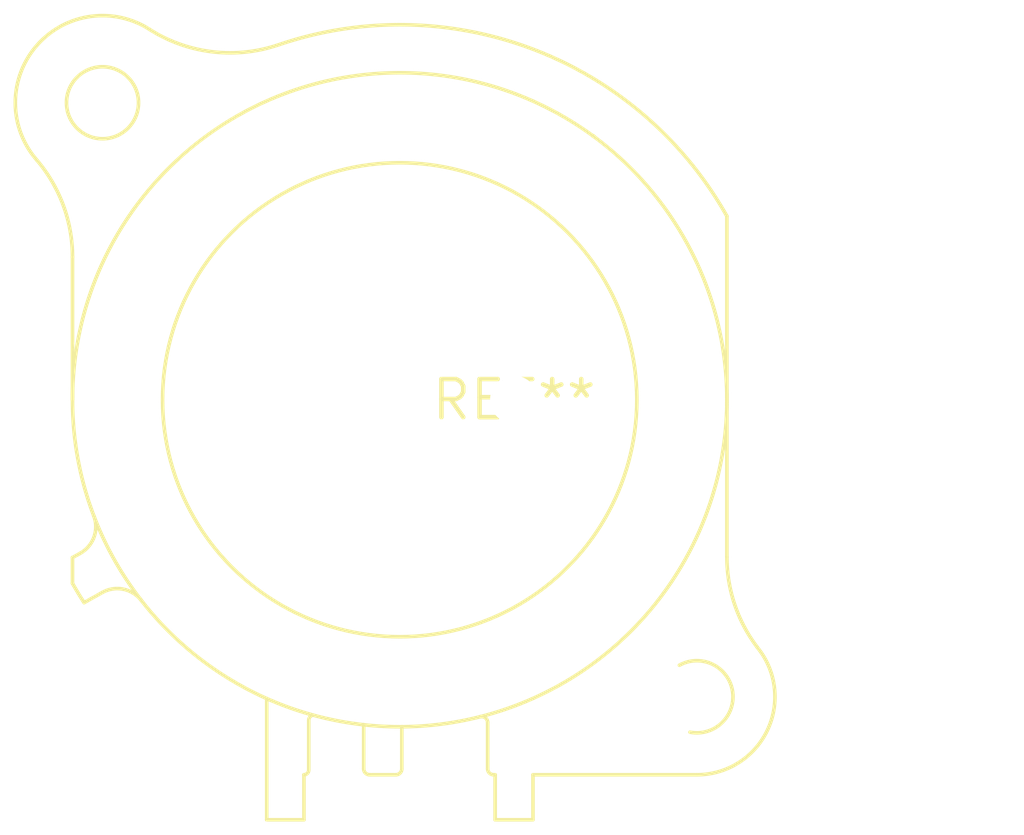
<source format=kicad_pcb>
(kicad_pcb (version 20240108) (generator pcbnew)
  (layers (0 "F.Cu" signal) (31 "B.Cu" signal) (34 "B.Paste" user) (35 "F.Paste" user) (36 "B.SilkS" user "B.Silkscreen") (37 "F.SilkS" user "F.Silkscreen") (38 "B.Mask" user) (39 "F.Mask" user) (44 "Edge.Cuts" user))
  (net 0 "")
  (footprint "Jack_XLR_Neutrik_NC3FAV2_Vertical" (layer "F.Cu") (at 0 0)
    (property "Reference" "REF**")
    (property "Value" "Jack_XLR_Neutrik_NC3FAV2_Vertical")
    (fp_line (start -14.71 0) (end -14.71 -4.76) (layer "F.SilkS") (stroke (width 0.12)))
    (fp_line (start -14.71 5.26) (end -14.71 6.12) (layer "F.SilkS") (stroke (width 0.12)))
    (fp_line (start -14.44 5.11) (end -14.71 5.26) (layer "F.SilkS") (stroke (width 0.12)))
    (fp_line (start -14.32 6.76) (end -13.71 6.42) (layer "F.SilkS") (stroke (width 0.12)))
    (fp_line (start -8.24 9.96) (end -8.24 14) (layer "F.SilkS") (stroke (width 0.12)))
    (fp_line (start -7 12.5) (end -7 14) (layer "F.SilkS") (stroke (width 0.12)))
    (fp_line (start -7 14) (end -8.24 14) (layer "F.SilkS") (stroke (width 0.12)))
    (fp_line (start -6.84 12.34) (end -6.84 10.69) (layer "F.SilkS") (stroke (width 0.12)))
    (fp_line (start -5.01 10.83) (end -5.01 12.3) (layer "F.SilkS") (stroke (width 0.12)))
    (fp_line (start -3.94 12.5) (end -4.81 12.5) (layer "F.SilkS") (stroke (width 0.12)))
    (fp_line (start -3.74 10.9) (end -3.74 12.3) (layer "F.SilkS") (stroke (width 0.12)))
    (fp_line (start -0.88 12.3) (end -0.88 10.76) (layer "F.SilkS") (stroke (width 0.12)))
    (fp_line (start -0.63 12.5) (end -0.68 12.5) (layer "F.SilkS") (stroke (width 0.12)))
    (fp_line (start -0.63 12.5) (end -0.63 14) (layer "F.SilkS") (stroke (width 0.12)))
    (fp_line (start 0.62 14) (end -0.63 14) (layer "F.SilkS") (stroke (width 0.12)))
    (fp_line (start 0.63 12.5) (end 6.09 12.5) (layer "F.SilkS") (stroke (width 0.12)))
    (fp_line (start 0.63 14) (end 0.63 12.5) (layer "F.SilkS") (stroke (width 0.12)))
    (fp_line (start 7.09 5.24) (end 7.09 -6.12) (layer "F.SilkS") (stroke (width 0.12)))
    (fp_arc (start -15.908829 -8.000856) (mid -15.019313 -6.48774) (end -14.71 -4.76) (layer "F.SilkS") (stroke (width 0.12)))
    (fp_arc (start -15.908236 -8.001617) (mid -15.907486 -11.799251) (end -12.15 -12.35) (layer "F.SilkS") (stroke (width 0.12)))
    (fp_arc (start -14.32314 6.763008) (mid -14.521396 6.444407) (end -14.71 6.12) (layer "F.SilkS") (stroke (width 0.12)))
    (fp_arc (start -14.004283 3.855674) (mid -13.989213 4.56375) (end -14.44 5.11) (layer "F.SilkS") (stroke (width 0.12)))
    (fp_arc (start -13.71 6.42) (mid -13.01025 6.315915) (end -12.412202 6.693832) (layer "F.SilkS") (stroke (width 0.12)))
    (fp_arc (start -7.848035 -11.831177) (mid -10.058192 -11.599923) (end -12.15 -12.35) (layer "F.SilkS") (stroke (width 0.12)))
    (fp_arc (start -7.841153 -11.83276) (mid 0.657009 -11.675197) (end 7.09 -6.12) (layer "F.SilkS") (stroke (width 0.12)))
    (fp_arc (start -6.84 10.69) (mid -6.803713 10.578321) (end -6.708713 10.509299) (layer "F.SilkS") (stroke (width 0.12)))
    (fp_arc (start -6.84 12.34) (mid -6.886863 12.453137) (end -7 12.5) (layer "F.SilkS") (stroke (width 0.12)))
    (fp_arc (start -4.81 12.5) (mid -4.951421 12.441421) (end -5.01 12.3) (layer "F.SilkS") (stroke (width 0.12)))
    (fp_arc (start -3.74 12.3) (mid -3.798579 12.441421) (end -3.94 12.5) (layer "F.SilkS") (stroke (width 0.12)))
    (fp_arc (start -1.1294 10.566197) (mid -0.957281 10.602076) (end -0.88 10.76) (layer "F.SilkS") (stroke (width 0.12)))
    (fp_arc (start -0.68 12.5) (mid -0.821421 12.441421) (end -0.88 12.3) (layer "F.SilkS") (stroke (width 0.12)))
    (fp_arc (start 2.636924 -8.782671) (mid 2.628394 -8.791269) (end 2.62 -8.8) (layer "F.SilkS") (stroke (width 0.12)))
    (fp_arc (start 2.680052 -8.767734) (mid 2.65973 -8.7835) (end 2.64 -8.8) (layer "F.SilkS") (stroke (width 0.12)))
    (fp_arc (start 5.507701 8.848226) (mid 7.277502 9.712546) (end 5.86 11.08) (layer "F.SilkS") (stroke (width 0.12)))
    (fp_arc (start 8.095865 8.245761) (mid 8.441704 11.008824) (end 6.09 12.5) (layer "F.SilkS") (stroke (width 0.12)))
    (fp_arc (start 8.098032 8.243976) (mid 7.348729 6.824298) (end 7.09 5.24) (layer "F.SilkS") (stroke (width 0.12)))
    (fp_circle (center -13.71 -9.9) (end -12.51 -9.9) (layer "F.SilkS") (stroke (width 0.12)) (fill none))
    (fp_circle (center -3.81 0) (end 4.09 0) (layer "F.SilkS") (stroke (width 0.12)) (fill none))
    (fp_circle (center -3.81 0) (end 7.09 0) (layer "F.SilkS") (stroke (width 0.12)) (fill none))
    (pad "1" thru_hole circle (at 0 0) (size 3.4 3.4) (drill 1.6) (layers *.Cu *.Mask) (remove_unused_layers))
    (pad "2" thru_hole circle (at -7.62 0) (size 3.4 3.4) (drill 1.6) (layers *.Cu *.Mask) (remove_unused_layers))
    (pad "3" thru_hole circle (at -3.81 4.45) (size 2.9 2.9) (drill 1.2) (layers *.Cu *.Mask) (remove_unused_layers))
    (pad "G" thru_hole circle (at 4.44 10.16) (size 2.9 2.9) (drill 1.2) (layers *.Cu *.Mask) (remove_unused_layers))
  )
)
</source>
